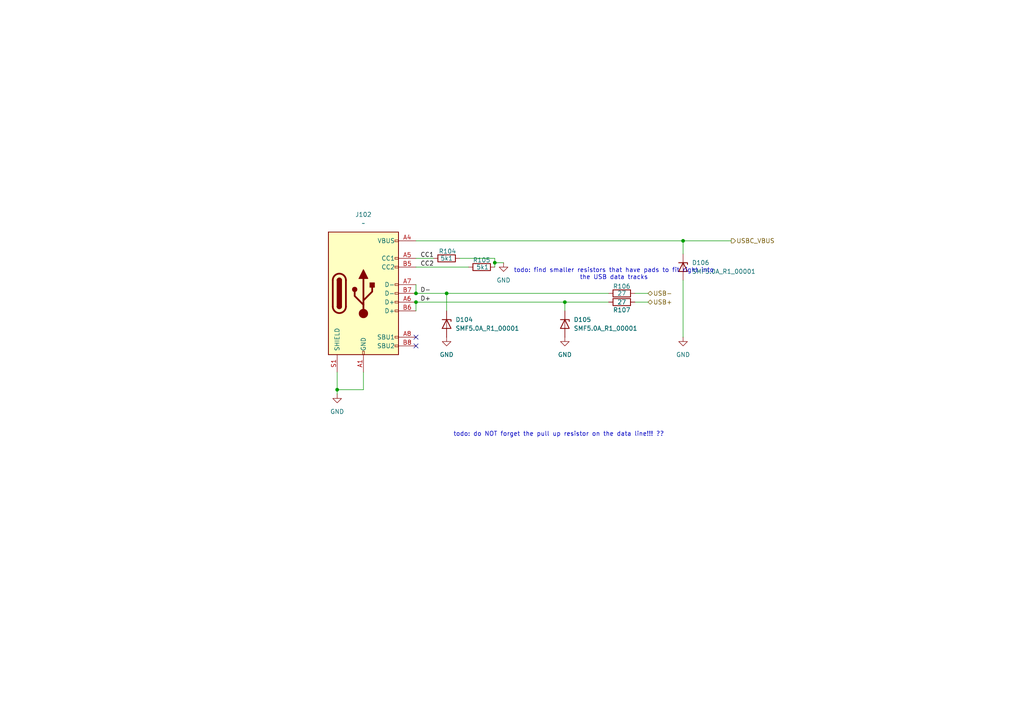
<source format=kicad_sch>
(kicad_sch (version 20250114) (generator "eeschema") (generator_version "9.0")
  (paper "A4")
  (lib_symbols
    (symbol "Connector:USB_C_Receptacle_USB2.0_16P" (pin_names (offset 1.016))
      (property "Reference" "J" (at 0 22.225 0))
      (property "Value" "USB_C_Receptacle_USB2.0_16P" (at 0 19.685 0))
      (symbol "USB_C_Receptacle_USB2.0_16P_0_0"
        (rectangle (start -0.254 -17.78) (end 0.254 -16.764))
        (rectangle (start 10.16 15.494) (end 9.144 14.986))
        (rectangle (start 10.16 10.414) (end 9.144 9.906))
        (rectangle (start 10.16 7.874) (end 9.144 7.366))
        (rectangle (start 10.16 2.794) (end 9.144 2.286))
        (rectangle (start 10.16 0.254) (end 9.144 -0.254))
        (rectangle (start 10.16 -2.286) (end 9.144 -2.794))
        (rectangle (start 10.16 -4.826) (end 9.144 -5.334))
        (rectangle (start 10.16 -12.446) (end 9.144 -12.954))
        (rectangle (start 10.16 -14.986) (end 9.144 -15.494))
      )
      (symbol "USB_C_Receptacle_USB2.0_16P_0_1"
        (rectangle (start -10.16 17.78) (end 10.16 -17.78) (stroke (width 0.254)) (fill (type background)))
        (polyline (pts (xy -8.89 -3.81) (xy -8.89 3.81)) (stroke (width 0.508)))
        (rectangle (start -7.62 -3.81) (end -6.35 3.81) (stroke (width 0.254)) (fill (type outline)))
        (arc (start -7.62 3.81) (mid -6.985 4.4423) (end -6.35 3.81) (stroke (width 0.254)))
        (arc (start -7.62 3.81) (mid -6.985 4.4423) (end -6.35 3.81) (stroke (width 0.254)) (fill (type outline)))
        (arc (start -8.89 3.81) (mid -6.985 5.7067) (end -5.08 3.81) (stroke (width 0.508)))
        (arc (start -5.08 -3.81) (mid -6.985 -5.7067) (end -8.89 -3.81) (stroke (width 0.508)))
        (arc (start -6.35 -3.81) (mid -6.985 -4.4423) (end -7.62 -3.81) (stroke (width 0.254)))
        (arc (start -6.35 -3.81) (mid -6.985 -4.4423) (end -7.62 -3.81) (stroke (width 0.254)) (fill (type outline)))
        (polyline (pts (xy -5.08 3.81) (xy -5.08 -3.81)) (stroke (width 0.508)))
        (circle (center -2.54 1.143) (radius 0.635) (stroke (width 0.254)) (fill (type outline)))
        (polyline (pts (xy -1.27 4.318) (xy 0 6.858) (xy 1.27 4.318) (xy -1.27 4.318)) (stroke (width 0.254)) (fill (type outline)))
        (polyline (pts (xy 0 -2.032) (xy 2.54 0.508) (xy 2.54 1.778)) (stroke (width 0.508)))
        (polyline (pts (xy 0 -3.302) (xy -2.54 -0.762) (xy -2.54 0.508)) (stroke (width 0.508)))
        (polyline (pts (xy 0 -5.842) (xy 0 4.318)) (stroke (width 0.508)))
        (circle (center 0 -5.842) (radius 1.27) (fill (type outline)))
        (rectangle (start 1.905 1.778) (end 3.175 3.048) (stroke (width 0.254)) (fill (type outline)))
      )
      (symbol "USB_C_Receptacle_USB2.0_16P_1_1"
        (pin passive line (at -7.62 -22.86 90) (length 5.08) (name "SHIELD") (number "S1"))
        (pin passive line (at 0 -22.86 90) (length 5.08) (name "GND") (number "A1"))
        (pin passive line (at 0 -22.86 90) (length 5.08) (hide yes) (name "GND") (number "A12"))
        (pin passive line (at 0 -22.86 90) (length 5.08) (hide yes) (name "GND") (number "B1"))
        (pin passive line (at 0 -22.86 90) (length 5.08) (hide yes) (name "GND") (number "B12"))
        (pin passive line (at 15.24 15.24 180) (length 5.08) (name "VBUS") (number "A4"))
        (pin passive line (at 15.24 15.24 180) (length 5.08) (hide yes) (name "VBUS") (number "A9"))
        (pin passive line (at 15.24 15.24 180) (length 5.08) (hide yes) (name "VBUS") (number "B4"))
        (pin passive line (at 15.24 15.24 180) (length 5.08) (hide yes) (name "VBUS") (number "B9"))
        (pin bidirectional line (at 15.24 10.16 180) (length 5.08) (name "CC1") (number "A5"))
        (pin bidirectional line (at 15.24 7.62 180) (length 5.08) (name "CC2") (number "B5"))
        (pin bidirectional line (at 15.24 2.54 180) (length 5.08) (name "D-") (number "A7"))
        (pin bidirectional line (at 15.24 0 180) (length 5.08) (name "D-") (number "B7"))
        (pin bidirectional line (at 15.24 -2.54 180) (length 5.08) (name "D+") (number "A6"))
        (pin bidirectional line (at 15.24 -5.08 180) (length 5.08) (name "D+") (number "B6"))
        (pin bidirectional line (at 15.24 -12.7 180) (length 5.08) (name "SBU1") (number "A8"))
        (pin bidirectional line (at 15.24 -15.24 180) (length 5.08) (name "SBU2") (number "B8"))
      )
    )
    (symbol "Device:D_Zener" (pin_numbers (hide yes)) (pin_names (offset 1.016) (hide yes))
      (property "Reference" "D" (at 0 2.54 0))
      (property "Value" "D_Zener" (at 0 -2.54 0))
      (symbol "D_Zener_0_1"
        (polyline (pts (xy -1.27 -1.27) (xy -1.27 1.27) (xy -0.762 1.27)) (stroke (width 0.254)))
        (polyline (pts (xy 1.27 0) (xy -1.27 0)))
        (polyline (pts (xy 1.27 -1.27) (xy 1.27 1.27) (xy -1.27 0) (xy 1.27 -1.27)) (stroke (width 0.254)))
      )
      (symbol "D_Zener_1_1"
        (pin passive line (at -3.81 0 0) (length 2.54) (name "K") (number "1"))
        (pin passive line (at 3.81 0 180) (length 2.54) (name "A") (number "2"))
      )
    )
    (symbol "Device:R" (pin_numbers (hide yes)) (pin_names (offset 0))
      (property "Reference" "R" (at 2.032 0 90))
      (property "Value" "R" (at 0 0 90))
      (symbol "R_0_1"
        (rectangle (start -1.016 -2.54) (end 1.016 2.54) (stroke (width 0.254)))
      )
      (symbol "R_1_1"
        (pin passive line (at 0 3.81 270) (length 1.27) (name "~") (number "1"))
        (pin passive line (at 0 -3.81 90) (length 1.27) (name "~") (number "2"))
      )
    )
    (symbol "power:GND" (power) (pin_numbers (hide yes)) (pin_names (offset 0) (hide yes))
      (property "Value" "GND" (at 0 -3.81 0))
      (symbol "GND_0_1"
        (polyline (pts (xy 0 0) (xy 0 -1.27) (xy 1.27 -1.27) (xy 0 -2.54) (xy -1.27 -1.27) (xy 0 -1.27)))
      )
      (symbol "GND_1_1"
        (pin power_in line (at 0 0 270) (length 0) (name "~") (number "1"))
      )
    )
  )
  (text "todo: do NOT forget the pull up resistor on the data line!!! ??" (at 162.052 125.984 0) (effects (font (size 1.27 1.27))))
  (text "todo: find smaller resistors that have pads to fit right into\nthe USB data tracks" (at 178.054 79.502 0) (effects (font (size 1.27 1.27))))
  (junction (at 143.51 76.2))
  (junction (at 129.54 85.09))
  (junction (at 163.83 87.63))
  (junction (at 120.65 85.09))
  (junction (at 198.12 69.85))
  (junction (at 97.79 113.03))
  (junction (at 120.65 87.63))
  (no_connect (at 120.65 97.79))
  (no_connect (at 120.65 100.33))
  (wire (pts (xy 120.65 85.09) (xy 129.54 85.09)))
  (wire (pts (xy 120.65 87.63) (xy 120.65 90.17)))
  (wire (pts (xy 198.12 73.66) (xy 198.12 69.85)))
  (wire (pts (xy 120.65 69.85) (xy 198.12 69.85)))
  (wire (pts (xy 105.41 113.03) (xy 105.41 107.95)))
  (wire (pts (xy 184.15 87.63) (xy 187.96 87.63)))
  (wire (pts (xy 143.51 74.93) (xy 143.51 76.2)))
  (wire (pts (xy 143.51 76.2) (xy 146.05 76.2)))
  (wire (pts (xy 120.65 87.63) (xy 163.83 87.63)))
  (wire (pts (xy 97.79 114.3) (xy 97.79 113.03)))
  (wire (pts (xy 120.65 82.55) (xy 120.65 85.09)))
  (wire (pts (xy 163.83 87.63) (xy 163.83 90.17)))
  (wire (pts (xy 198.12 81.28) (xy 198.12 97.79)))
  (wire (pts (xy 198.12 69.85) (xy 212.09 69.85)))
  (wire (pts (xy 120.65 74.93) (xy 125.73 74.93)))
  (wire (pts (xy 97.79 113.03) (xy 105.41 113.03)))
  (wire (pts (xy 129.54 85.09) (xy 129.54 90.17)))
  (wire (pts (xy 184.15 85.09) (xy 187.96 85.09)))
  (wire (pts (xy 133.35 74.93) (xy 143.51 74.93)))
  (wire (pts (xy 143.51 76.2) (xy 143.51 77.47)))
  (wire (pts (xy 163.83 87.63) (xy 176.53 87.63)))
  (wire (pts (xy 129.54 85.09) (xy 176.53 85.09)))
  (wire (pts (xy 97.79 113.03) (xy 97.79 107.95)))
  (wire (pts (xy 120.65 77.47) (xy 135.89 77.47)))
  (label "CC2" (at 121.92 77.47 0))
  (label "D+" (at 121.92 87.63 0))
  (label "CC1" (at 121.92 74.93 0))
  (label "D-" (at 121.92 85.09 0))
  (hierarchical_label "USBC_VBUS" (shape output) (at 212.09 69.85 0))
  (hierarchical_label "USB-" (shape bidirectional) (at 187.96 85.09 0))
  (hierarchical_label "USB+" (shape bidirectional) (at 187.96 87.63 0))
  (symbol (lib_id "Connector:USB_C_Receptacle_USB2.0_16P") (at 105.41 85.09 0) (unit 1)
    (property "Reference" "J102" (at 105.41 62.23 0))
    (property "Value" "~" (at 105.41 64.77 0))
    (property "Footprint" "SamacSys_Parts:USB_C_Receptacle_GCT_USB4105-xx-A_16P_TopMnt_Horizontal" (effects (hide yes)))
    (property "Datasheet" "https://www.usb.org/sites/default/files/documents/usb_type-c.zip" (effects (hide yes)))
    (property "Description" "USB 2.0-only 16P Type-C Receptacle connector" (effects (hide yes)))
  )
  (symbol (lib_id "power:GND") (at 97.79 114.3 0) (unit 1)
    (property "Reference" "#PWR0121" (effects (hide yes)))
    (property "Value" "GND" (at 97.79 119.38 0))
    (property "Description" "Power symbol creates a global label with name \"GND\" , ground" (effects (hide yes)))
  )
  (symbol (lib_id "power:GND") (at 146.05 76.2 0) (unit 1)
    (property "Reference" "#PWR0123" (effects (hide yes)))
    (property "Value" "GND" (at 146.05 81.28 0))
    (property "Description" "Power symbol creates a global label with name \"GND\" , ground" (effects (hide yes)))
  )
  (symbol (lib_id "Device:D_Zener") (at 163.83 93.98 270) (unit 1)
    (property "Reference" "D105" (at 166.37 92.7099 90) (effects (justify left)))
    (property "Value" "SMF5.0A_R1_00001" (at 166.37 95.2499 90) (effects (justify left)))
    (property "Footprint" "SamacSys_Parts:SMF50A_R1_00001" (effects (hide yes)))
    (property "Datasheet" "https://www.mouser.in/datasheet/2/1057/SMF5.0A_SERIES-1868418.pdf" (effects (hide yes)))
    (property "Description" "ESD Suppressors / TVS Diodes 200W,Transient Voltage Suppressors,SOD-123FL,5V,UNI" (effects (hide yes)))
    (property "Height" "1.1" (effects (hide yes)))
    (property "Mouser Part Number" "241-SMF5.0A_R1_00001" (effects (hide yes)))
    (property "Mouser Price/Stock" "https://www.mouser.co.uk/ProductDetail/Panjit/SMF5.0A_R1_00001?qs=sPbYRqrBIVlx%2FHVv%252BUyL%252BQ%3D%3D" (effects (hide yes)))
    (property "Manufacturer_Name" "PANJIT" (effects (hide yes)))
    (property "Manufacturer_Part_Number" "SMF5.0A_R1_00001" (effects (hide yes)))
  )
  (symbol (lib_id "Device:R") (at 129.54 74.93 90) (unit 1)
    (property "Reference" "R104" (at 129.794 72.898 90))
    (property "Value" "5k1" (at 129.54 74.93 90))
    (property "Footprint" "SamacSys_Parts:RESC1608X50N" (effects (hide yes)))
    (property "Datasheet" "http://www.vishay.com/docs/20035/dcrcwe3.pdf" (effects (hide yes)))
    (property "Description" "Thick Film Resistors - SMD D11/CRCW0603 100 5K1 1% ET6 e3" (effects (hide yes)))
    (property "Height" "0.5" (effects (hide yes)))
    (property "Mouser Part Number" "71-CRCW06035K10FKEC" (effects (hide yes)))
    (property "Mouser Price/Stock" "https://www.mouser.co.uk/ProductDetail/Vishay-Dale/CRCW06035K10FKEC?qs=%252B6g0mu59x7Ipr%2FpCuMmwaw%3D%3D" (effects (hide yes)))
    (property "Manufacturer_Name" "Vishay" (effects (hide yes)))
    (property "Manufacturer_Part_Number" "CRCW06035K10FKEC" (effects (hide yes)))
  )
  (symbol (lib_id "Device:D_Zener") (at 198.12 77.47 270) (unit 1)
    (property "Reference" "D106" (at 200.66 76.1999 90) (effects (justify left)))
    (property "Value" "SMF5.0A_R1_00001" (at 200.66 78.7399 90) (effects (justify left)))
    (property "Footprint" "SamacSys_Parts:SMF50A_R1_00001" (effects (hide yes)))
    (property "Datasheet" "https://www.mouser.in/datasheet/2/1057/SMF5.0A_SERIES-1868418.pdf" (effects (hide yes)))
    (property "Description" "ESD Suppressors / TVS Diodes 200W,Transient Voltage Suppressors,SOD-123FL,5V,UNI" (effects (hide yes)))
    (property "Height" "1.1" (effects (hide yes)))
    (property "Mouser Part Number" "241-SMF5.0A_R1_00001" (effects (hide yes)))
    (property "Mouser Price/Stock" "https://www.mouser.co.uk/ProductDetail/Panjit/SMF5.0A_R1_00001?qs=sPbYRqrBIVlx%2FHVv%252BUyL%252BQ%3D%3D" (effects (hide yes)))
    (property "Manufacturer_Name" "PANJIT" (effects (hide yes)))
    (property "Manufacturer_Part_Number" "SMF5.0A_R1_00001" (effects (hide yes)))
  )
  (symbol (lib_id "power:GND") (at 163.83 97.79 0) (unit 1)
    (property "Reference" "#PWR0124" (effects (hide yes)))
    (property "Value" "GND" (at 163.83 102.87 0))
    (property "Description" "Power symbol creates a global label with name \"GND\" , ground" (effects (hide yes)))
  )
  (symbol (lib_id "power:GND") (at 198.12 97.79 0) (unit 1)
    (property "Reference" "#PWR0125" (effects (hide yes)))
    (property "Value" "GND" (at 198.12 102.87 0))
    (property "Description" "Power symbol creates a global label with name \"GND\" , ground" (effects (hide yes)))
  )
  (symbol (lib_id "Device:R") (at 180.34 87.63 90) (unit 1)
    (property "Reference" "R107" (at 180.34 89.916 90))
    (property "Value" "27" (at 180.34 87.63 90))
    (property "Footprint" "SamacSys_Parts:RESC1005X40N" (effects (hide yes)))
    (property "Datasheet" "https://componentsearchengine.com/Datasheets/1/CRCW040227R0JNTD.pdf" (effects (hide yes)))
    (property "Description" "Thick Film Resistors - SMD 1/16watt 27ohms 5%" (effects (hide yes)))
    (property "Height" "0.4" (effects (hide yes)))
    (property "Mouser Part Number" "71-CRCW0402J-27" (effects (hide yes)))
    (property "Mouser Price/Stock" "https://www.mouser.com/Search/Refine.aspx?Keyword=71-CRCW0402J-27" (effects (hide yes)))
    (property "Manufacturer_Name" "Vishay" (effects (hide yes)))
    (property "Manufacturer_Part_Number" "CRCW040227R0JNTD" (effects (hide yes)))
  )
  (symbol (lib_id "Device:D_Zener") (at 129.54 93.98 270) (unit 1)
    (property "Reference" "D104" (at 132.08 92.7099 90) (effects (justify left)))
    (property "Value" "SMF5.0A_R1_00001" (at 132.08 95.2499 90) (effects (justify left)))
    (property "Footprint" "SamacSys_Parts:SMF50A_R1_00001" (effects (hide yes)))
    (property "Datasheet" "https://www.mouser.in/datasheet/2/1057/SMF5.0A_SERIES-1868418.pdf" (effects (hide yes)))
    (property "Description" "ESD Suppressors / TVS Diodes 200W,Transient Voltage Suppressors,SOD-123FL,5V,UNI" (effects (hide yes)))
    (property "Height" "1.1" (effects (hide yes)))
    (property "Mouser Part Number" "241-SMF5.0A_R1_00001" (effects (hide yes)))
    (property "Mouser Price/Stock" "https://www.mouser.co.uk/ProductDetail/Panjit/SMF5.0A_R1_00001?qs=sPbYRqrBIVlx%2FHVv%252BUyL%252BQ%3D%3D" (effects (hide yes)))
    (property "Manufacturer_Name" "PANJIT" (effects (hide yes)))
    (property "Manufacturer_Part_Number" "SMF5.0A_R1_00001" (effects (hide yes)))
  )
  (symbol (lib_id "Device:R") (at 180.34 85.09 90) (unit 1)
    (property "Reference" "R106" (at 180.34 83.058 90))
    (property "Value" "27" (at 180.34 85.09 90))
    (property "Footprint" "SamacSys_Parts:RESC1005X40N" (effects (hide yes)))
    (property "Datasheet" "https://componentsearchengine.com/Datasheets/1/CRCW040227R0JNTD.pdf" (effects (hide yes)))
    (property "Description" "Thick Film Resistors - SMD 1/16watt 27ohms 5%" (effects (hide yes)))
    (property "Height" "0.4" (effects (hide yes)))
    (property "Mouser Part Number" "71-CRCW0402J-27" (effects (hide yes)))
    (property "Mouser Price/Stock" "https://www.mouser.com/Search/Refine.aspx?Keyword=71-CRCW0402J-27" (effects (hide yes)))
    (property "Manufacturer_Name" "Vishay" (effects (hide yes)))
    (property "Manufacturer_Part_Number" "CRCW040227R0JNTD" (effects (hide yes)))
  )
  (symbol (lib_id "Device:R") (at 139.7 77.47 90) (unit 1)
    (property "Reference" "R105" (at 139.7 75.438 90))
    (property "Value" "5k1" (at 139.954 77.47 90))
    (property "Footprint" "SamacSys_Parts:RESC1608X50N" (effects (hide yes)))
    (property "Datasheet" "http://www.vishay.com/docs/20035/dcrcwe3.pdf" (effects (hide yes)))
    (property "Description" "Thick Film Resistors - SMD D11/CRCW0603 100 5K1 1% ET6 e3" (effects (hide yes)))
    (property "Height" "0.5" (effects (hide yes)))
    (property "Mouser Part Number" "71-CRCW06035K10FKEC" (effects (hide yes)))
    (property "Mouser Price/Stock" "https://www.mouser.co.uk/ProductDetail/Vishay-Dale/CRCW06035K10FKEC?qs=%252B6g0mu59x7Ipr%2FpCuMmwaw%3D%3D" (effects (hide yes)))
    (property "Manufacturer_Name" "Vishay" (effects (hide yes)))
    (property "Manufacturer_Part_Number" "CRCW06035K10FKEC" (effects (hide yes)))
  )
  (symbol (lib_id "power:GND") (at 129.54 97.79 0) (unit 1)
    (property "Reference" "#PWR0122" (effects (hide yes)))
    (property "Value" "GND" (at 129.54 102.87 0))
    (property "Description" "Power symbol creates a global label with name \"GND\" , ground" (effects (hide yes)))
  )
)
</source>
